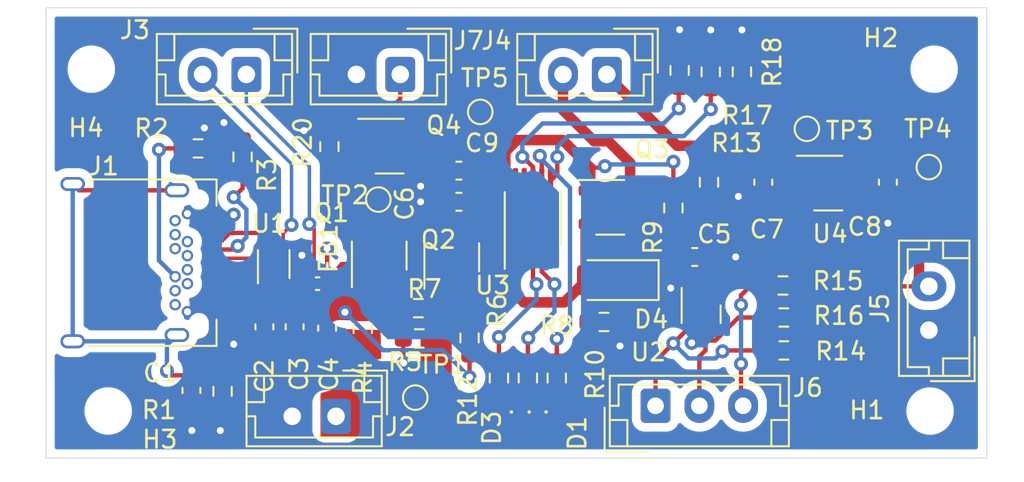
<source format=kicad_pcb>
(kicad_pcb (version 20221018) (generator pcbnew)
  (layers (0 "F.Cu" signal) (31 "B.Cu" signal) (34 "B.Paste" user) (35 "F.Paste" user) (36 "B.SilkS" user "B.Silkscreen") (37 "F.SilkS" user "F.Silkscreen") (38 "B.Mask" user) (39 "F.Mask" user) (44 "Edge.Cuts" user))
  (net 0 "")
  (net 1 "Net-(J1-SHIELD)")
  (net 2 "GND")
  (net 3 "VBUS")
  (net 4 "+BATT")
  (net 5 "VDC")
  (net 6 "VCC")
  (net 7 "+3V3")
  (net 8 "Net-(D1-K)")
  (net 9 "Net-(D2-K)")
  (net 10 "Net-(D3-K)")
  (net 11 "Net-(Q4-G)")
  (net 14 "Net-(J1-CC1)")
  (net 15 "/CON_USB_P")
  (net 16 "/CON_USB_N")
  (net 22 "Net-(J1-CC2)")
  (net 26 "+5V")
  (net 27 "/USB_N")
  (net 28 "/USB_P")
  (net 29 "/Alert")
  (net 30 "/SDA")
  (net 31 "/SCl")
  (net 32 "Net-(J7-Pin_1)")
  (net 33 "Net-(Q1-G)")
  (net 34 "Net-(Q2-G)")
  (net 35 "/vBatSense")
  (net 36 "Net-(U3-nPG)")
  (net 37 "Net-(U3-STAT2)")
  (net 38 "Net-(U3-STAT1)")
  (net 39 "Net-(U4-EN)")
  (net 40 "Net-(U3-PROG)")
  (net 41 "Net-(U3-THERM)")
  (net 44 "/VBUS_IN")
  (net 45 "/pwrSwitch")
  (footprint "Resistor_SMD:R_0603_1608Metric_Pad0.98x0.95mm_HandSolder" (layer "F.Cu") (at 115.4938 100.2538)
    (fp_text reference "R5")
    (fp_text value "100k")
  )
  (footprint "Capacitor_SMD:C_0603_1608Metric_Pad1.08x0.95mm_HandSolder" (layer "F.Cu") (at 135.128 91.3373 -90)
    (fp_text reference "C7")
    (fp_text value "1u")
  )
  (footprint "Connector_USB:USB_C_Receptacle_Amphenol_12401548E4-2A" (layer "F.Cu") (at 98.552 95.93 -90)
    (fp_text reference "J1")
    (fp_text value "USB_C_Receptacle")
  )
  (footprint "Capacitor_SMD:C_0603_1608Metric_Pad1.08x0.95mm_HandSolder" (layer "F.Cu") (at 110.236 99.6685 -90)
    (fp_text reference "C4")
    (fp_text value "10u")
  )
  (footprint "Diode_SMD:D_1206_3216Metric_Pad1.42x1.75mm_HandSolder" (layer "F.Cu") (at 126.6952 96.9264 180)
    (fp_text reference "D4")
    (fp_text value "1A")
  )
  (footprint "Resistor_SMD:R_0603_1608Metric_Pad0.98x0.95mm_HandSolder" (layer "F.Cu") (at 123.3424 102.5125 90)
    (fp_text reference "R10")
    (fp_text value "1k")
  )
  (footprint "Connector_JST:JST_EH_B2B-EH-A_1x02_P2.50mm_Vertical" (layer "F.Cu") (at 144.5816 99.782 90)
    (fp_text reference "J5")
    (fp_text value "01x02")
  )
  (footprint "Resistor_SMD:R_0603_1608Metric_Pad0.98x0.95mm_HandSolder" (layer "F.Cu") (at 120.0404 102.5125 90)
    (fp_text reference "R12")
    (fp_text value "1k")
  )
  (footprint "Resistor_SMD:R_0603_1608Metric_Pad0.98x0.95mm_HandSolder" (layer "F.Cu") (at 118.364 100.2265 90)
    (fp_text reference "R6")
    (fp_text value "10k")
  )
  (footprint "Resistor_SMD:R_0603_1608Metric_Pad0.98x0.95mm_HandSolder" (layer "F.Cu") (at 102.8681 89.408)
    (fp_text reference "R2")
    (fp_text value "5k1")
  )
  (footprint "TestPoint:TestPoint_Pad_D1.0mm" (layer "F.Cu") (at 113.157 92.329)
    (fp_text reference "TP2")
    (fp_text value "TestPoint")
  )
  (footprint "Capacitor_SMD:C_0603_1608Metric_Pad1.08x0.95mm_HandSolder" (layer "F.Cu") (at 117.755499 92.456 180)
    (fp_text reference "C6")
    (fp_text value "100n")
  )
  (footprint "Capacitor_SMD:C_0603_1608Metric_Pad1.08x0.95mm_HandSolder" (layer "F.Cu") (at 106.6546 99.5923 -90)
    (fp_text reference "C2")
    (fp_text value "10u")
  )
  (footprint "Capacitor_SMD:C_0603_1608Metric_Pad1.08x0.95mm_HandSolder" (layer "F.Cu") (at 142.24 91.3384 -90)
    (fp_text reference "C8")
    (fp_text value "1u")
  )
  (footprint "Package_TO_SOT_SMD:SOT-23-3" (layer "F.Cu") (at 113.2078 95.5294 90)
    (fp_text reference "Q1")
    (fp_text value "Si2323DS")
  )
  (footprint "Resistor_SMD:R_0603_1608Metric_Pad0.98x0.95mm_HandSolder" (layer "F.Cu") (at 110.363 89.3045 -90)
    (fp_text reference "R20")
    (fp_text value "100k")
  )
  (footprint "MountingHole:MountingHole_2.2mm_M2" (layer "F.Cu") (at 97.7392 104.394)
    (fp_text reference "H3")
    (fp_text value "MountingHole")
  )
  (footprint "TestPoint:TestPoint_Pad_D1.0mm" (layer "F.Cu") (at 115.2652 103.632)
    (fp_text reference "TP1")
    (fp_text value "TestPoint")
  )
  (footprint "Resistor_SMD:R_0603_1608Metric_Pad0.98x0.95mm_HandSolder" (layer "F.Cu") (at 121.6914 102.5125 90)
    (fp_text reference "R11" hide)
    (fp_text value "1k")
  )
  (footprint "Resistor_SMD:R_0603_1608Metric_Pad0.98x0.95mm_HandSolder" (layer "F.Cu") (at 133.9088 85.0373 90)
    (fp_text reference "R17")
    (fp_text value "1k")
  )
  (footprint "Package_TO_SOT_SMD:SOT-23-3" (layer "F.Cu") (at 126.3906 92.7719)
    (fp_text reference "Q3")
    (fp_text value "Si2323DS")
  )
  (footprint "Resistor_SMD:R_0603_1608Metric_Pad0.98x0.95mm_HandSolder" (layer "F.Cu") (at 132.1308 85.0373 90)
    (fp_text reference "R18")
    (fp_text value "1k")
  )
  (footprint "Resistor_SMD:R_0603_1608Metric_Pad0.98x0.95mm_HandSolder" (layer "F.Cu") (at 136.2983 99.06 180)
    (fp_text reference "R16")
    (fp_text value "2k2")
  )
  (footprint "Package_TO_SOT_SMD:SOT-23-5" (layer "F.Cu") (at 138.8364 91.3892)
    (fp_text reference "U4")
    (fp_text value "TLV75533PDBV")
  )
  (footprint "Resistor_SMD:R_0603_1608Metric_Pad0.98x0.95mm_HandSolder" (layer "F.Cu") (at 105.41 89.8925 90)
    (fp_text reference "R3")
    (fp_text value "5k1")
  )
  (footprint "Package_TO_SOT_SMD:SOT-23-3" (layer "F.Cu") (at 117.348 95.6255 90)
    (fp_text reference "Q2")
    (fp_text value "Si2323DS")
  )
  (footprint "Connector_JST:JST_EH_B3B-EH-A_1x03_P2.50mm_Vertical" (layer "F.Cu") (at 128.9796 104.0988)
    (fp_text reference "J6")
    (fp_text value "Conn_01x03")
  )
  (footprint "Resistor_SMD:R_0603_1608Metric_Pad0.98x0.95mm_HandSolder" (layer "F.Cu") (at 136.2983 100.9396 180)
    (fp_text reference "R14")
    (fp_text value "10k")
  )
  (footprint "Resistor_SMD:R_0603_1608Metric_Pad0.98x0.95mm_HandSolder" (layer "F.Cu") (at 112.268 99.6931 -90)
    (fp_text reference "R4")
    (fp_text value "100k")
  )
  (footprint "MountingHole:MountingHole_2.2mm_M2" (layer "F.Cu") (at 96.774 84.8868)
    (fp_text reference "H4")
    (fp_text value "MountingHole")
  )
  (footprint "LED_SMD:LED_0201_0603Metric_Pad0.64x0.40mm_HandSolder" (layer "F.Cu") (at 121.7676 105.4855 -90)
    (fp_text reference "D2" hide)
    (fp_text value "Green")
  )
  (footprint "Package_TO_SOT_SMD:SOT-23-3" (layer "F.Cu") (at 113.7975 89.281)
    (fp_text reference "Q4")
    (fp_text value "Si2323DS")
  )
  (footprint "Connector_JST:JST_EH_B2B-EH-A_1x02_P2.50mm_Vertical" (layer "F.Cu") (at 110.744 104.6988 180)
    (fp_text reference "J2")
    (fp_text value "01x02")
  )
  (footprint "Resistor_SMD:R_0603_1608Metric_Pad0.98x0.95mm_HandSolder" (layer "F.Cu") (at 130.3528 84.9573 90)
    (fp_text reference "R19" hide)
    (fp_text value "10k")
  )
  (footprint "Resistor_SMD:R_0603_1608Metric_Pad0.98x0.95mm_HandSolder" (layer "F.Cu") (at 115.4411 98.5266)
    (fp_text reference "R7")
    (fp_text value "10k")
  )
  (footprint "Resistor_SMD:R_0603_1608Metric_Pad0.98x0.95mm_HandSolder" (layer "F.Cu") (at 104.267 103.2745 -90)
    (fp_text reference "R1")
    (fp_text value "1M")
  )
  (footprint "MountingHole:MountingHole_2.2mm_M2" (layer "F.Cu") (at 144.8816 84.8868)
    (fp_text reference "H2")
    (fp_text value "MountingHole")
  )
  (footprint "Package_TO_SOT_SMD:SOT-666" (layer "F.Cu") (at 107.188 96.012 90)
    (fp_text reference "U1")
    (fp_text value "USBLC6-2P6")
  )
  (footprint "Connector_JST:JST_EH_B2B-EH-A_1x02_P2.50mm_Vertical" (layer "F.Cu") (at 105.624 85.1868 180)
    (fp_text reference "J3")
    (fp_text value "01x02")
  )
  (footprint "Package_DFN_QFN:TDFN-8-1EP_2x2mm_P0.5mm_EP0.8x1.2mm" (layer "F.Cu") (at 131.5818 98.3708 -90)
    (fp_text reference "U2")
    (fp_text value "MAX17048G+T10")
  )
  (footprint "Capacitor_SMD:C_0603_1608Metric_Pad1.08x0.95mm_HandSolder" (layer "F.Cu") (at 102.489001 103.2245 -90)
    (fp_text reference "C1")
    (fp_text value "10u")
  )
  (footprint "Resistor_SMD:R_0603_1608Metric_Pad0.98x0.95mm_HandSolder" (layer "F.Cu") (at 136.2475 97.2312 180)
    (fp_text reference "R15")
    (fp_text value "2k2")
  )
  (footprint "Resistor_SMD:R_0603_1608Metric_Pad0.98x0.95mm_HandSolder" (layer "F.Cu") (at 132.0292 91.3403 -90)
    (fp_text reference "R13")
    (fp_text value "100k")
  )
  (footprint "TestPoint:TestPoint_Pad_D1.0mm" (layer "F.Cu") (at 118.9736 87.3252)
    (fp_text reference "TP5")
    (fp_text value "TestPoint")
  )
  (footprint "Package_SO:MSOP-10-1EP_3x3mm_P0.5mm_EP1.68x1.88mm" (layer "F.Cu") (at 121.9836 93.4076 90)
    (fp_text reference "U3")
    (fp_text value "MCP73833-AMI/UN")
  )
  (footprint "Capacitor_SMD:C_0603_1608Metric_Pad1.08x0.95mm_HandSolder" (layer "F.Cu") (at 108.3818 99.5923 -90)
    (fp_text reference "C3")
    (fp_text value "1u")
  )
  (footprint "Connector_JST:JST_EH_B2B-EH-A_1x02_P2.50mm_Vertical" (layer "F.Cu") (at 126.198 85.1868 180)
    (fp_text reference "J4")
    (fp_text value "01x02")
  )
  (footprint "Connector_JST:JST_EH_B2B-EH-A_1x02_P2.50mm_Vertical" (layer "F.Cu") (at 114.407 85.1868 180)
    (fp_text reference "J7")
    (fp_text value "01x02")
  )
  (footprint "LED_SMD:LED_0201_0603Metric_Pad0.64x0.40mm_HandSolder" (layer "F.Cu") (at 122.7328 105.485499 -90)
    (fp_text reference "D1")
    (fp_text value "Red")
  )
  (footprint "Capacitor_SMD:C_0603_1608Metric_Pad1.08x0.95mm_HandSolder" (layer "F.Cu") (at 131.2153 95.6053)
    (fp_text reference "C5")
    (fp_text value "100n")
  )
  (footprint "Inductor_SMD:L_0402_1005Metric_Pad0.77x0.64mm_HandSolder" (layer "F.Cu") (at 109.6909 97.1296)
    (fp_text reference "FB1")
    (fp_text value "100 @ 100MHz")
  )
  (footprint "TestPoint:TestPoint_Pad_D1.0mm" (layer "F.Cu") (at 144.5768 90.4748)
    (fp_text reference "TP4")
    (fp_text value "TestPoint")
  )
  (footprint "Resistor_SMD:R_0603_1608Metric_Pad0.98x0.95mm_HandSolder" (layer "F.Cu") (at 126.0367 99.314 180)
    (fp_text reference "R8")
    (fp_text value "100k")
  )
  (footprint "TestPoint:TestPoint_Pad_D1.0mm" (layer "F.Cu") (at 137.6172 88.2904)
    (fp_text reference "TP3")
    (fp_text value "TestPoint")
  )
  (footprint "MountingHole:MountingHole_2.2mm_M2" (layer "F.Cu") (at 144.6476 104.3988)
    (fp_text reference "H1")
    (fp_text value "MountingHole")
  )
  (footprint "Capacitor_SMD:C_0603_1608Metric_Pad1.08x0.95mm_HandSolder" (layer "F.Cu") (at 117.7555 90.678 180)
    (fp_text reference "C9")
    (fp_text value "10u")
  )
  (footprint "Resistor_SMD:R_0603_1608Metric_Pad0.98x0.95mm_HandSolder" (layer "F.Cu") (at 129.9972 92.8116 -90)
    (fp_text reference "R9")
    (fp_text value "0R")
  )
  (footprint "LED_SMD:LED_0201_0603Metric_Pad0.64x0.40mm_HandSolder" (layer "F.Cu") (at 120.7516 105.485499 -90)
    (fp_text reference "D3")
    (fp_text value "Red")
  )
  (gr_rect (start 94.1832 81.3816) (end 147.8788 107.0864) (stroke (width 0.05)) (fill none) (layer "Edge.Cuts"))
  (segment (start 104.267 102.362) (end 102.489001 102.362) (width 0.25) (layer "F.Cu") (net 1))
  (segment (start 101.662 91.8) (end 96.072 91.8) (width 0.25) (layer "F.Cu") (net 1))
  (segment (start 102.489001 102.362) (end 101.346 102.362) (width 0.25) (layer "F.Cu") (net 1))
  (segment (start 96.072 91.8) (end 95.712 91.44) (width 0.25) (layer "F.Cu") (net 1))
  (segment (start 101.346 102.362) (end 101.092 102.108) (width 0.25) (layer "F.Cu") (net 1))
  (via (at 101.092 102.108) (size 0.8) (drill 0.4) (layers "F.Cu" "B.Cu") (net 1))
  (segment (start 95.712 100.42) (end 101.302 100.42) (width 0.25) (layer "B.Cu") (net 1))
  (segment (start 101.302 91.44) (end 101.662 91.8) (width 0.25) (layer "B.Cu") (net 1))
  (segment (start 101.302 100.42) (end 101.662 100.06) (width 0.25) (layer "B.Cu") (net 1))
  (segment (start 101.092 102.108) (end 101.092 100.63) (width 0.25) (layer "B.Cu") (net 1))
  (segment (start 95.712 100.42) (end 95.712 91.44) (width 0.25) (layer "B.Cu") (net 1))
  (segment (start 101.092 100.63) (end 101.302 100.42) (width 0.25) (layer "B.Cu") (net 1))
  (segment (start 133.7542 92.1998) (end 133.7056 92.1512) (width 0.6) (layer "F.Cu") (net 2))
  (segment (start 102.489001 105.4862) (end 102.514401 105.5116) (width 0.25) (layer "F.Cu") (net 2))
  (segment (start 104.267 105.3846) (end 104.14 105.5116) (width 0.25) (layer "F.Cu") (net 2))
  (segment (start 130.3528 84.0448) (end 130.3528 82.6329) (width 0.25) (layer "F.Cu") (net 2))
  (segment (start 103.572 93.18) (end 104.7116 93.18) (width 0.25) (layer "F.Cu") (net 2))
  (segment (start 104.267001 104.187) (end 104.267 105.3846) (width 0.25) (layer "F.Cu") (net 2))
  (segment (start 130.8318 97.3833) (end 129.8448 97.3833) (width 0.25) (layer "F.Cu") (net 2))
  (segment (start 105.3884 88.98) (end 104.3432 87.9348) (width 0.25) (layer "F.Cu") (net 2))
  (segment (start 103.2256 88.2396) (end 103.7806 88.7946) (width 0.25) (layer "F.Cu") (net 2))
  (segment (start 133.9088 82.6478) (end 133.9088 84.1248) (width 0.25) (layer "F.Cu") (net 2))
  (segment (start 135.128 92.1998) (end 133.7542 92.1998) (width 0.6) (layer "F.Cu") (net 2))
  (segment (start 102.489001 104.087001) (end 102.489001 105.4862) (width 0.25) (layer "F.Cu") (net 2))
  (segment (start 132.1308 84.1248) (end 132.1308 82.6478) (width 0.25) (layer "F.Cu") (net 2))
  (segment (start 104.902 100.584) (end 104.902 100.01) (width 0.25) (layer "F.Cu") (net 2))
  (segment (start 135.128 92.1998) (end 135.9386 91.3892) (width 0.6) (layer "F.Cu") (net 2))
  (segment (start 105.41 88.98) (end 105.3884 88.98) (width 0.25) (layer "F.Cu") (net 2))
  (segment (start 104.902 100.01) (end 103.572 98.68) (width 0.25) (layer "F.Cu") (net 2))
  (segment (start 115.57 91.567) (end 116.004 91.567) (width 0.25) (layer "F.Cu") (net 2))
  (segment (start 107.69946 96.287) (end 107.213 96.287) (width 0.25) (layer "F.Cu") (net 2))
  (segment (start 126.9492 99.314) (end 126.9492 100.6856) (width 0.25) (layer "F.Cu") (net 2))
  (segment (start 116.004 91.567) (end 116.893 90.678) (width 0.25) (layer "F.Cu") (net 2))
  (segment (start 108.79353 95.5106) (end 108.47586 95.5106) (width 0.25) (layer "F.Cu") (net 2))
  (segment (start 131.041649 100.510849) (end 131.3318 100.220698) (width 0.25) (layer "F.Cu") (net 2))
  (segment (start 114.5813 100.2538) (end 114.5813 101.6273) (width 0.25) (layer "F.Cu") (net 2))
  (segment (start 108.47586 95.5106) (end 107.69946 96.287) (width 0.25) (layer "F.Cu") (net 2))
  (segment (start 103.7806 88.7946) (end 103.7806 89.408) (width 0.25) (layer "F.Cu") (net 2))
  (segment (start 104.7116 93.18) (end 104.7242 93.1926) (width 0.25) (layer "F.Cu") (net 2))
  (segment (start 114.5813 101.6273) (end 114.6048 101.6508) (width 0.25) (layer "F.Cu") (net 2))
  (segment (start 107.188 96.312) (end 107.188 96.937) (width 0.25) (layer "F.Cu") (net 2))
  (segment (start 115.57 92.456) (end 116.892999 92.456) (width 0.25) (layer "F.Cu") (net 2))
  (segment (start 131.3318 100.220698) (end 131.3318 99.3583) (width 0.25) (layer "F.Cu") (net 2))
  (segment (start 110.363 88.392) (end 108.9152 88.392) (width 0.25) (layer "F.Cu") (net 2))
  (segment (start 135.9386 91.3892) (end 137.1909 91.3892) (width 0.6) (layer "F.Cu") (net 2))
  (segment (start 107.213 96.287) (end 107.188 96.312) (width 0.25) (layer "F.Cu") (net 2))
  (segment (start 142.24 92.2009) (end 142.24 93.6752) (width 0.25) (layer "F.Cu") (net 2))
  (via (at 129.8448 97.3833) (size 0.8) (drill 0.4) (layers "F.Cu" "B.Cu") (net 2))
  (via (at 115.57 91.567) (size 0.8) (drill 0.4) (layers "F.Cu" "B.Cu") (net 2))
  (via (at 126.9492 100.6856) (size 0.8) (drill 0.4) (layers "F.Cu" "B.Cu") (net 2))
  (via (at 102.514401 105.5116) (size 0.8) (drill 0.4) (layers "F.Cu" "B.Cu") (net 2))
  (via (at 103.2256 88.2396) (size 0.8) (drill 0.4) (layers "F.Cu" "B.Cu") (net 2))
  (via (at 104.14 105.5116) (size 0.8) (drill 0.4) (layers "F.Cu" "B.Cu") (net 2))
  (via (at 104.3432 87.9348) (size 0.8) (drill 0.4) (layers "F.Cu" "B.Cu") (net 2))
  (via (at 108.9152 88.392) (size 0.8) (drill 0.4) (layers "F.Cu" "B.Cu") (net 2))
  (via (at 104.902 100.584) (size 0.8) (drill 0.4) (layers "F.Cu" "B.Cu") (net 2))
  (via (at 133.5532 95.6056) (size 0.8) (drill 0.4) (layers "F.Cu" "B.Cu") (net 2))
  (via (at 142.24 93.6752) (size 0.8) (drill 0.4) (layers "F.Cu" "B.Cu") (net 2))
  (via (at 133.9088 82.6478) (size 0.8) (drill 0.4) (layers "F.Cu" "B.Cu") (net 2))
  (via (at 133.7056 92.1512) (size 0.8) (drill 0.4) (layers "F.Cu" "B.Cu") (net 2))
  (via (at 114.6048 101.6508) (size 0.8) (drill 0.4) (layers "F.Cu" "B.Cu") (net 2))
  (via (at 108.79353 95.5106) (size 0.8) (drill 0.4) (layers "F.Cu" "B.Cu") (net 2))
  (via (at 104.902 93.1926) (size 0.8) (drill 0.4) (layers "F.Cu" "B.Cu") (net 2))
  (via (at 115.57 92.456) (size 0.8) (drill 0.4) (layers "F.Cu" "B.Cu") (net 2))
  (via (at 132.1308 82.6478) (size 0.8) (drill 0.4) (layers "F.Cu" "B.Cu") (net 2))
  (via (at 131.041649 100.510849) (size 0.8) (drill 0.4) (layers "F.Cu" "B.Cu") (net 2))
  (via (at 130.3528 82.6329) (size 0.8) (drill 0.4) (layers "F.Cu" "B.Cu") (net 2))
  (segment (start 104.1654 105.4862) (end 104.14 105.5116) (width 0.25) (layer "B.Cu") (net 2))
  (segment (start 112.268 96.6771) (end 112.2578 96.6669) (width 0.25) (layer "F.Cu") (net 3))
  (segment (start 118.364 101.139) (end 118.364 102.4636) (width 0.25) (layer "F.Cu") (net 3))
  (segment (start 110.236 95.123) (end 110.236 97.1022) (width 0.25) (layer "F.Cu") (net 3))
  (segment (start 112.2426 98.806) (end 112.268 98.7806) (width 0.25) (layer "F.Cu") (net 3))
  (segment (start 110.236 97.1022) (end 110.2634 97.1296) (width 0.25) (layer "F.Cu") (net 3))
  (segment (start 110.2634 98.7786) (end 110.236 98.806) (width 0.25) (layer "F.Cu") (net 3))
  (via (at 118.364 102.4636) (size 0.8) (drill 0.4) (layers "F.Cu" "B.Cu") (net 3))
  (via (at 110.236 95.123) (size 0.8) (drill 0.4) (layers "F.Cu" "B.Cu") (net 3))
  (via (at 111.252 98.7552) (size 0.8) (drill 0.4) (layers "F.Cu" "B.Cu") (net 3))
  (segment (start 110.744 95.631) (end 110.236 95.123) (width 0.25) (layer "B.Cu") (net 3))
  (segment (start 116.8262 100.9258) (end 113.4226 100.9258) (width 0.25) (layer "B.Cu") (net 3))
  (segment (start 113.4226 100.9258) (end 111.252 98.7552) (width 0.25) (layer "B.Cu") (net 3))
  (segment (start 118.364 102.4636) (end 116.8262 100.9258) (width 0.25) (layer "B.Cu") (net 3))
  (segment (start 125.2531 90.5059) (end 125.2531 91.8219) (width 0.6) (layer "F.Cu") (net 4))
  (segment (start 126.0856 90.424) (end 126.0037 90.5059) (width 0.25) (layer "F.Cu") (net 4))
  (segment (start 114.935 89.281) (end 117.221 89.281) (width 0.6) (layer "F.Cu") (net 4))
  (segment (start 120.404 90.678) (end 120.9836 91.2576) (width 0.6) (layer "F.Cu") (net 4))
  (segment (start 117.221 89.281) (end 118.618 90.678) (width 0.6) (layer "F.Cu") (net 4))
  (segment (start 118.745 90.551) (end 118.618 90.678) (width 0.25) (layer "F.Cu") (net 4))
  (segment (start 121.063926 88.933434) (end 123.680634 88.933434) (width 0.6) (layer "F.Cu") (net 4))
  (segment (start 120.9836 91.2576) (end 121.4836 91.2576) (width 0.35) (layer "F.Cu") (net 4))
  (segment (start 117.221 89.0778) (end 117.221 89.281) (width 0.25) (layer "F.Cu") (net 4))
  (segment (start 129.9972 91.8991) (end 130.0985 92.0004) (width 0.25) (layer "F.Cu") (net 4))
  (segment (start 120.404 89.59336) (end 121.063926 88.933434) (width 0.6) (layer "F.Cu") (net 4))
  (segment (start 120.404 90.678) (end 120.404 89.59336) (width 0.6) (layer "F.Cu") (net 4))
  (segment (start 126.0037 90.5059) (end 125.2531 90.5059) (width 0.25) (layer "F.Cu") (net 4))
  (segment (start 123.680634 88.933434) (end 125.2531 90.5059) (width 0.6) (layer "F.Cu") (net 4))
  (segment (start 118.9736 87.3252) (end 117.221 89.0778) (width 0.25) (layer "F.Cu") (net 4))
  (segment (start 118.618 90.678) (end 120.404 90.678) (width 0.6) (layer "F.Cu") (net 4))
  (segment (start 129.9972 90.17) (end 129.9972 91.8991) (width 0.25) (layer "F.Cu") (net 4))
  (via (at 126.0856 90.424) (size 0.8) (drill 0.4) (layers "F.Cu" "B.Cu") (net 4))
  (via (at 129.9972 90.17) (size 0.8) (drill 0.4) (layers "F.Cu" "B.Cu") (net 4))
  (segment (start 129.8448 90.3224) (end 126.1872 90.3224) (width 0.25) (layer "B.Cu") (net 4))
  (segment (start 126.1872 90.3224) (end 126.0856 90.424) (width 0.25) (layer "B.Cu") (net 4))
  (segment (start 129.9972 90.17) (end 129.8448 90.3224) (width 0.25) (layer "B.Cu") (net 4))
  (segment (start 124.9902 96.9772) (end 124.9902 93.9848) (width 0.6) (layer "F.Cu") (net 5))
  (segment (start 125.1242 97.0099) (end 125.2077 96.9264) (width 0.25) (layer "F.Cu") (net 5))
  (segment (start 122.198127 98.1964) (end 123.771 98.1964) (width 0.6) (layer "F.Cu") (net 5))
  (segment (start 120.9836 97.7172) (end 121.4628 98.1964) (width 0.6) (layer "F.Cu") (net 5))
  (segment (start 124.5108 100.7872) (end 125.1242 100.1738) (width 0.25) (layer "F.Cu") (net 5))
  (segment (start 125.1204 99.3102) (end 125.1242 99.314) (width 0.6) (layer "F.Cu") (net 5))
  (segment (start 113.3039 94.488) (end 117.348 94.488) (width 0.6) (layer "F.Cu") (net 5))
  (segment (start 120.7516 105.892999) (end 122.7328 105.892999) (width 0.25) (layer "F.Cu") (net 5))
  (segment (start 122.836341 105.892999) (end 124.5108 104.21854) (width 0.25) (layer "F.Cu") (net 5))
  (segment (start 113.157 92.329) (end 113.157 94.3411) (width 0.25) (layer "F.Cu") (net 5))
  (segment (start 121.4628 98.1964) (end 122.198127 98.1964) (width 0.6) (layer "F.Cu") (net 5))
  (segment (start 117.348 94.488) (end 118.4148 94.488) (width 0.6) (layer "F.Cu") (net 5))
  (segment (start 124.9902 93.9848) (end 125.2531 93.7219) (width 0.25) (layer "F.Cu") (net 5))
  (segment (start 113.2078 94.3919) (end 113.3039 94.488) (width 0.25) (layer "F.Cu") (net 5))
  (segment (start 124.9902 96.9772) (end 125.1204 97.1074) (width 0.6) (layer "F.Cu") (net 5))
  (segment (start 120.9836 95.5576) (end 121.4836 95.5576) (width 0.35) (layer "F.Cu") (net 5))
  (segment (start 117.348 93.725999) (end 117.348 94.488) (width 0.25) (layer "F.Cu") (net 5))
  (segment (start 124.5108 104.21854) (end 124.5108 100.7872) (width 0.25) (layer "F.Cu") (net 5))
  (segment (start 123.771 98.1964) (end 124.9902 96.9772) (width 0.6) (layer "F.Cu") (net 5))
  (segment (start 125.1242 100.1738) (end 125.1242 99.314) (width 0.25) (layer "F.Cu") (net 5))
  (segment (start 125.3349 93.8037) (end 125.2531 93.7219) (width 0.25) (layer "F.Cu") (net 5))
  (segment (start 118.617999 92.456) (end 117.348 93.725999) (width 0.25) (layer "F.Cu") (net 5))
  (segment (start 113.157 94.3411) (end 113.2078 94.3919) (width 0.25) (layer "F.Cu") (net 5))
  (segment (start 120.9836 95.5576) (end 120.9836 97.7172) (width 0.6) (layer "F.Cu") (net 5))
  (segment (start 119.4844 95.5576) (end 120.9836 95.5576) (width 0.6) (layer "F.Cu") (net 5))
  (segment (start 125.1242 99.314) (end 125.1242 97.0099) (width 0.25) (layer "F.Cu") (net 5))
  (segment (start 118.4148 94.488) (end 119.4844 95.5576) (width 0.6) (layer "F.Cu") (net 5))
  (segment (start 122.7328 105.892999) (end 122.836341 105.892999) (width 0.25) (layer "F.Cu") (net 5))
  (segment (start 130.2112 89.2556) (end 132.0292 89.2556) (width 0.6) (layer "F.Cu") (net 6))
  (segment (start 126.198 85.2424) (end 130.2112 89.2556) (width 0.6) (layer "F.Cu") (net 6))
  (segment (start 135.081 90.4278) (end 135.128 90.4748) (width 0.6) (layer "F.Cu") (net 6))
  (segment (start 132.0292 90.4278) (end 135.081 90.4278) (width 0.6) (layer "F.Cu") (net 6))
  (segment (start 132.0292 89.2556) (end 132.0292 90.4278) (width 0.6) (layer "F.Cu") (net 6))
  (segment (start 137.6172 90.3575) (end 137.6989 90.4392) (width 0.25) (layer "F.Cu") (net 6))
  (segment (start 137.6172 88.2904) (end 137.6172 90.3575) (width 0.25) (layer "F.Cu") (net 6))
  (segment (start 135.128 90.4748) (end 137.1553 90.4748) (width 0.6) (layer "F.Cu") (net 6))
  (segment (start 137.1553 90.4748) (end 137.1909 90.4392) (width 0.6) (layer "F.Cu") (net 6))
  (segment (start 137.2108 99.06) (end 137.2108 100.9396) (width 0.25) (layer "F.Cu") (net 7))
  (segment (start 144.5768 91.6951) (end 144.018 92.2539) (width 0.25) (layer "F.Cu") (net 7))
  (segment (start 137.16 97.2312) (end 137.16 99.0092) (width 0.25) (layer "F.Cu") (net 7))
  (segment (start 142.2033 90.4392) (end 141.8844 90.1203) (width 0.25) (layer "F.Cu") (net 7))
  (segment (start 142.2185 90.424) (end 142.2033 90.4392) (width 0.25) (layer "F.Cu") (net 7))
  (segment (start 144.5768 90.4748) (end 144.5768 91.6951) (width 0.25) (layer "F.Cu") (net 7))
  (segment (start 142.2033 90.4392) (end 142.24 90.4759) (width 0.25) (layer "F.Cu") (net 7))
  (segment (start 142.24 90.4759) (end 144.018 92.2539) (width 0.6) (layer "F.Cu") (net 7))
  (segment (start 139.9739 90.4392) (end 142.2033 90.4392) (width 0.6) (layer "F.Cu") (net 7))
  (segment (start 144.018 92.2539) (end 144.018 97.282) (width 0.6) (layer "F.Cu") (net 7))
  (segment (start 137.2108 97.282) (end 144.5816 97.282) (width 0.25) (layer "F.Cu") (net 7))
  (segment (start 137.16 99.0092) (end 137.2108 99.06) (width 0.25) (layer "F.Cu") (net 7))
  (segment (start 137.16 97.2312) (end 137.2108 97.282) (width 0.25) (layer "F.Cu") (net 7))
  (segment (start 123.3424 103.734) (end 123.3424 103.425) (width 0.25) (layer "F.Cu") (net 8))
  (segment (start 120.7516 105.077999) (end 120.7516 104.625699) (width 0.25) (layer "F.Cu") (net 10))
  (segment (start 110.377 90.231) (end 110.363 90.217) (width 0.25) (layer "F.Cu") (net 11))
  (segment (start 112.66 90.231) (end 110.377 90.231) (width 0.25) (layer "F.Cu") (net 11))
  (segment (start 105.41 91.685097) (end 105.41 90.3205) (width 0.25) (layer "F.Cu") (net 14))
  (segment (start 104.9311 95.18) (end 105.1306 94.9805) (width 0.25) (layer "F.Cu") (net 14))
  (segment (start 103.572 95.18) (end 104.9311 95.18) (width 0.25) (layer "F.Cu") (net 14))
  (segment (start 104.902 92.193097) (end 105.41 91.685097) (width 0.25) (layer "F.Cu") (net 14))
  (segment (start 105.627 90.5375) (end 105.41 90.3205) (width 0.25) (layer "F.Cu") (net 14))
  (via (at 105.1306 94.9805) (size 0.8) (drill 0.4) (layers "F.Cu" "B.Cu") (net 14))
  (via (at 104.902 92.193097) (size 0.8) (drill 0.4) (layers "F.Cu" "B.Cu") (net 14))
  (segment (start 105.627 94.4841) (end 105.1306 94.9805) (width 0.25) (layer "B.Cu") (net 14))
  (segment (start 104.902 92.193097) (end 105.176503 92.4676) (width 0.25) (layer "B.Cu") (net 14))
  (segment (start 105.202305 92.4676) (end 105.627 92.892295) (width 0.25) (layer "B.Cu") (net 14))
  (segment (start 105.627 92.892295) (end 105.627 94.4841) (width 0.25) (layer "B.Cu") (net 14))
  (segment (start 105.176503 92.4676) (end 105.202305 92.4676) (width 0.25) (layer "B.Cu") (net 14))
  (segment (start 103.572 95.68) (end 106.1325 95.68) (width 0.2) (layer "F.Cu") (net 15))
  (segment (start 106.1325 95.68) (end 106.6505 95.162) (width 0.2) (layer "F.Cu") (net 15))
  (segment (start 103.572 95.68) (end 103.622 95.63) (width 0.2) (layer "F.Cu") (net 15))
  (segment (start 103.572 96.18) (end 105.9685 96.18) (width 0.2) (layer "F.Cu") (net 16))
  (segment (start 105.9685 96.18) (end 106.6505 96.862) (width 0.2) (layer "F.Cu") (net 16))
  (segment (start 100.711 89.408) (end 100.6348 89.4842) (width 0.25) (layer "F.Cu") (net 22))
  (segment (start 101.9556 89.408) (end 100.711 89.408) (width 0.25) (layer "F.Cu") (net 22))
  (via (at 100.6348 89.4842) (size 0.8) (drill 0.4) (layers "F.Cu" "B.Cu") (net 22))
  (segment (start 100.637 95.805) (end 101.562 96.73) (width 0.25) (layer "B.Cu") (net 22))
  (segment (start 100.637 89.4864) (end 100.637 95.805) (width 0.25) (layer "B.Cu") (net 22))
  (segment (start 100.6348 89.4842) (end 100.637 89.4864) (width 0.25) (layer "B.Cu") (net 22))
  (segment (start 109.08348 96.2106) (end 108.3769 96.2106) (width 0.2) (layer "F.Cu") (net 27))
  (segment (start 109.49353 95.80055) (end 109.08348 96.2106) (width 0.2) (layer "F.Cu") (net 27))
  (segment (start 108.3769 96.2106) (end 107.7255 96.862) (width 0.2) (layer "F.Cu") (net 27))
  (segment (start 109.49353 93.99953) (end 109.49353 95.80055) (width 0.2) (layer "F.Cu") (net 27))
  (segment (start 109.22 93.726) (end 109.49353 93.99953) (width 0.2) (layer "F.Cu") (net 27))
  (via (at 109.22 93.726) (size 0.8) (drill 0.4) (layers "F.Cu" "B.Cu") (net 27))
  (segment (start 109.22 93.726) (end 109.22 90.424) (width 0.2) (layer "B.Cu") (net 27))
  (segment (start 109.22 90.424) (end 105.624 86.828) (width 0.2) (layer "B.Cu") (net 27))
  (segment (start 105.624 86.828) (end 105.624 85.344) (width 0.2) (layer "B.Cu") (net 27))
  (segment (start 107.7255 95.162) (end 107.7255 94.2553) (width 0.2) (layer "F.Cu") (net 28))
  (segment (start 107.7255 94.2553) (end 108.204 93.7768) (width 0.2) (layer "F.Cu") (net 28))
  (via (at 108.204 93.7768) (size 0.8) (drill 0.4) (layers "F.Cu" "B.Cu") (net 28))
  (segment (start 103.251 85.344) (end 103.124 85.344) (width 0.2) (layer "B.Cu") (net 28))
  (segment (start 108.204 93.7768) (end 108.204 90.297) (width 0.2) (layer "B.Cu") (net 28))
  (segment (start 108.204 90.297) (end 103.251 85.344) (width 0.2) (layer "B.Cu") (net 28))
  (segment (start 132.8553 100.9396) (end 135.3858 100.9396) (width 0.25) (layer "F.Cu") (net 29))
  (segment (start 129.995 100.5329) (end 128.9796 101.5483) (width 0.25) (layer "F.Cu") (net 29))
  (segment (start 128.9796 101.5483) (end 128.9796 104.0988) (width 0.25) (layer "F.Cu") (net 29))
  (segment (start 132.8045 100.9904) (end 132.8553 100.9396) (width 0.25) (layer "F.Cu") (net 29))
  (segment (start 130.8318 99.3583) (end 130.8318 99.6961) (width 0.25) (layer "F.Cu") (net 29))
  (segment (start 130.8318 99.6961) (end 129.995 100.5329) (width 0.25) (layer "F.Cu") (net 29))
  (via (at 129.995 100.5329) (size 0.8) (drill 0.4) (layers "F.Cu" "B.Cu") (net 29))
  (via (at 132.8045 100.9904) (size 0.8) (drill 0.4) (layers "F.Cu" "B.Cu") (net 29))
  (segment (start 132.3984 101.3965) (end 130.8586 101.3965) (width 0.25) (layer "B.Cu") (net 29))
  (segment (start 130.8586 101.3965) (end 129.995 100.5329) (width 0.25) (layer "B.Cu") (net 29))
  (segment (start 132.8045 100.9904) (end 132.3984 101.3965) (width 0.25) (layer "B.Cu") (net 29))
  (segment (start 133.858 97.79) (end 134.4168 97.2312) (width 0.25) (layer "F.Cu") (net 30))
  (segment (start 133.858 101.7016) (end 133.858 103.9772) (width 0.25) (layer "F.Cu") (net 30))
  (segment (start 133.858 98.3355) (end 133.858 97.79) (width 0.25) (layer "F.Cu") (net 30))
  (segment (start 135.335 97.2312) (end 134.4168 97.2312) (width 0.25) (layer "F.Cu") (net 30))
  (segment (start 134.286 104.094) (end 134.2136 104.1664) (width 0.25) (layer "F.Cu") (net 30))
  (segment (start 133.858 103.9772) (end 133.9796 104.0988) (width 0.25) (layer "F.Cu") (net 30))
  (via (at 133.858 98.3355) (size 0.8) (drill 0.4) (layers "F.Cu" "B.Cu") (net 30))
  (via (at 133.858 101.7016) (size 0.8) (drill 0.4) (layers "F.Cu" "B.Cu") (net 30))
  (segment (start 133.858 98.3355) (end 133.858 101.7016) (width 0.25) (layer "B.Cu") (net 30))
  (segment (start 133.709595 99.06) (end 132.3962 100.373395) (width 0.25) (layer "F.Cu") (net 31))
  (segment (start 132.08 103.8) (end 131.7136 104.1664) (width 0.25) (layer "F.Cu") (net 31))
  (segment (start 131.4796 101.289995) (end 131.8318 100.937795) (width 0.25) (layer "F.Cu") (net 31))
  (segment (start 135.3858 99.06) (end 135.228905 99.216895) (width 0.25) (layer "F.Cu") (net 31))
  (segment (start 135.3858 99.06) (end 133.709595 99.06) (width 0.25) (layer "F.Cu") (net 31))
  (segment (start 131.8318 100.125195) (end 132.08 100.373395) (width 0.25) (layer "F.Cu") (net 31))
  (segment (start 131.8318 100.937795) (end 131.8318 100.125195) (width 0.25) (layer "F.Cu") (net 31))
  (segment (start 131.4796 104.0988) (end 131.4796 101.289995) (width 0.25) (layer "F.Cu") (net 31))
  (segment (start 131.8318 99.3583) (end 131.8318 100.125195) (width 0.25) (layer "F.Cu") (net 31))
  (segment (start 132.3962 100.373395) (end 132.08 100.373395) (width 0.25) (layer "F.Cu") (net 31))
  (segment (start 112.66 88.331) (end 114.407 86.584) (width 0.25) (layer "F.Cu") (net 32))
  (segment (start 114.407 86.584) (end 114.407 85.217) (width 0.25) (layer "F.Cu") (net 32))
  (segment (start 118.364 99.314) (end 118.364 96.829) (width 0.25) (layer "F.Cu") (net 34))
  (segment (start 118.364 96.829) (end 118.298 96.763) (width 0.25) (layer "F.Cu") (net 34))
  (segment (start 129.9972 93.7241) (end 129.9972 95.2497) (width 0.25) (layer "F.Cu") (net 35))
  (segment (start 129.9972 95.2497) (end 130.3528 95.6053) (width 0.25) (layer "F.Cu") (net 35))
  (segment (start 122.374718 89.833434) (end 122.4836 89.942316) (width 0.25) (layer "F.Cu") (net 36))
  (segment (start 123.3424 101.6) (end 123.3424 100.2792) (width 0.25) (layer "F.Cu") (net 36))
  (segment (start 122.4836 89.942316) (end 122.4836 91.2576) (width 0.25) (layer "F.Cu") (net 36))
  (via (at 123.3424 100.2792) (size 0.8) (drill 0.4) (layers "F.Cu" "B.Cu") (net 36))
  (via (at 122.374718 89.833434) (size 0.8) (drill 0.4) (layers "F.Cu" "B.Cu") (net 36))
  (segment (start 122.374718 89.927632) (end 122.374718 89.833434) (width 0.25) (layer "B.Cu") (net 36))
  (segment (start 123.3424 100.2792) (end 124.097026 99.524574) (width 0.25) (layer "B.Cu") (net 36))
  (segment (start 124.097026 99.524574) (end 124.097026 91.64994) (width 0.25) (layer "B.Cu") (net 36))
  (segment (start 124.097026 91.64994) (end 122.374718 89.927632) (width 0.25) (layer "B.Cu") (net 36))
  (segment (start 121.6914 101.6) (end 121.6914 100.2538) (width 0.25) (layer "F.Cu") (net 37))
  (segment (start 121.6914 100.2538) (end 121.7168 100.2284) (width 0.25) (layer "F.Cu") (net 37))
  (segment (start 122.4836 96.43197) (end 123.211446 97.159816) (width 0.25) (layer "F.Cu") (net 37))
  (segment (start 122.4836 95.5576) (end 122.4836 96.43197) (width 0.25) (layer "F.Cu") (net 37))
  (via (at 123.211446 97.159816) (size 0.8) (drill 0.4) (layers "F.Cu" "B.Cu") (net 37))
  (via (at 121.7168 100.2284) (size 0.8) (drill 0.4) (layers "F.Cu" "B.Cu") (net 37))
  (segment (start 121.7168 100.2284) (end 123.211446 98.733754) (width 0.25) (layer "B.Cu") (net 37))
  (segment (start 123.211446 98.733754) (end 123.211446 97.159816) (width 0.25) (layer "B.Cu") (net 37))
  (segment (start 120.0404 101.6) (end 120.0404 100.1776) (width 0.25) (layer "F.Cu") (net 38))
  (segment (start 121.9836 96.956568) (end 122.184861 97.157829) (width 0.25) (layer "F.Cu") (net 38))
  (segment (start 121.9836 95.5576) (end 121.9836 96.956568) (width 0.25) (layer "F.Cu") (net 38))
  (via (at 122.184861 97.157829) (size 0.8) (drill 0.4) (layers "F.Cu" "B.Cu") (net 38))
  (via (at 120.0404 100.1776) (size 0.8) (drill 0.4) (layers "F.Cu" "B.Cu") (net 38))
  (segment (start 122.184861 98.033139) (end 122.184861 97.157829) (width 0.25) (layer "B.Cu") (net 38))
  (segment (start 120.0404 100.1776) (end 122.184861 98.033139) (width 0.25) (layer "B.Cu") (net 38))
  (segment (start 132.8387 93.0623) (end 132.0292 92.2528) (width 0.25) (layer "F.Cu") (net 39))
  (segment (start 137.6989 92.3392) (end 136.9758 93.0623) (width 0.25) (layer "F.Cu") (net 39))
  (segment (start 136.9758 93.0623) (end 132.8387 93.0623) (width 0.25) (layer "F.Cu") (net 39))
  (segment (start 123.372026 89.899635) (end 123.372026 90.869174) (width 0.25) (layer "F.Cu") (net 40))
  (segment (start 133.9088 85.9498) (end 132.1308 85.9498) (width 0.25) (layer "F.Cu") (net 40))
  (segment (start 123.372026 90.869174) (end 122.9836 91.2576) (width 0.25) (layer "F.Cu") (net 40))
  (segment (start 132.1308 87.1728) (end 132.1308 85.9498) (width 0.25) (layer "F.Cu") (net 40))
  (segment (start 132.08 86.0006) (end 132.1308 85.9498) (width 0.25) (layer "F.Cu") (net 40))
  (via (at 132.1308 87.1728) (size 0.8) (drill 0.4) (layers "F.Cu" "B.Cu") (net 40))
  (via (at 123.372026 89.899635) (size 0.8) (drill 0.4) (layers "F.Cu" "B.Cu") (net 40))
  (segment (start 130.593 88.7106) (end 123.989 88.7106) (width 0.25) (layer "B.Cu") (net 40))
  (segment (start 123.989 88.7106) (end 123.372026 89.327574) (width 0.25) (layer "B.Cu") (net 40))
  (segment (start 123.372026 89.327574) (end 123.372026 89.899635) (width 0.25) (layer "B.Cu") (net 40))
  (segment (start 132.1308 87.1728) (end 130.593 88.7106) (width 0.25) (layer "B.Cu") (net 40))
  (segment (start 121.377001 89.893152) (end 121.409837 89.893152) (width 0.25) (layer "F.Cu") (net 41))
  (segment (start 121.409837 89.893152) (end 121.9836 90.466915) (width 0.25) (layer "F.Cu") (net 41))
  (segment (start 130.302 85.9206) (end 130.3528 85.8698) (width 0.25) (layer "F.Cu") (net 41))
  (segment (start 130.302 87.122) (end 130.302 85.9206) (width 0.25) (layer "F.Cu") (net 41))
  (segment (start 130.2512 85.9714) (end 130.3528 85.8698) (width 0.25) (layer "F.Cu") (net 41))
  (segment (start 121.9836 90.466915) (end 121.9836 91.2576) (width 0.25) (layer "F.Cu") (net 41))
  (via (at 130.302 87.122) (size 0.8) (drill 0.4) (layers "F.Cu" "B.Cu") (net 41))
  (via (at 121.377001 89.893152) (size 0.8) (drill 0.4) (layers "F.Cu" "B.Cu") (net 41))
  (segment (start 130.302 87.122) (end 129.4384 87.9856) (width 0.25) (layer "B.Cu") (net 41))
  (segment (start 129.4384 87.9856) (end 122.5296 87.9856) (width 0.25) (layer "B.Cu") (net 41))
  (segment (start 122.5296 87.9856) (end 121.377001 89.138199) (width 0.25) (layer "B.Cu") (net 41))
  (segment (start 121.377001 89.138199) (end 121.377001 89.893152) (width 0.25) (layer "B.Cu") (net 41))
  (segment (start 104.222 94.68) (end 103.572 94.68) (width 0.25) (layer "F.Cu") (net 44))
  (segment (start 107.188 94.512) (end 106.91 94.234) (width 0.25) (layer "F.Cu") (net 44))
  (segment (start 103.572 97.18) (end 104.496 97.18) (width 0.6) (layer "F.Cu") (net 44))
  (segment (start 108.3818 98.7298) (end 108.3818 97.8662) (width 0.4) (layer "F.Cu") (net 44))
  (segment (start 106.91 94.234) (end 104.668 94.234) (width 0.25) (layer "F.Cu") (net 44))
  (segment (start 108.3818 97.8662) (end 109.1184 97.1296) (width 0.4) (layer "F.Cu") (net 44))
  (segment (start 106.412795 98.7298) (end 106.6546 98.7298) (width 0.25) (layer "F.Cu") (net 44))
  (segment (start 107.188 95.087) (end 107.188 94.512) (width 0.25) (layer "F.Cu") (net 44))
  (segment (start 104.668 94.234) (end 104.222 94.68) (width 0.25) (layer "F.Cu") (net 44))
  (segment (start 126.291593 89.0016) (end 125.476 89.0016) (width 0.6) (layer "F.Cu") (net 45))
  (segment (start 127.9652 96.9772) (end 128.1319 96.9772) (width 0.6) (layer "F.Cu") (net 45))
  (segment (start 127.5281 90.238107) (end 126.291593 89.0016) (width 0.6) (layer "F.Cu") (net 45))
  (segment (start 123.698 87.2236) (end 123.698 85.2424) (width 0.6) (layer "F.Cu") (net 45))
  (segment (start 125.476 89.0016) (end 123.698 87.2236) (width 0.6) (layer "F.Cu") (net 45))
  (segment (start 128.1827 96.9264) (end 127.5588 96.3025) (width 0.6) (layer "F.Cu") (net 45))
  (segment (start 127.5588 92.8026) (end 127.5281 92.7719) (width 0.6) (layer "F.Cu") (net 45))
  (segment (start 127.5588 96.3025) (end 127.5588 92.8026) (width 0.6) (layer "F.Cu") (net 45))
  (segment (start 127.5281 92.7719) (end 127.5281 90.238107) (width 0.6) (layer "F.Cu") (net 45))
  (segment (start 128.1319 96.9772) (end 128.1827 96.9264) (width 0.6) (layer "F.Cu") (net 45))
  (zone (net 2) (net_name "GND") (layer "F.Cu") (priority 4) (connect_pads yes (clearance 0.5)) (min_thickness 0.25) (fill yes (thermal_gap 0.5) (thermal_bridge_width 0.5))
    (polygon (pts (xy 102.87 98.5012) (xy 102.87 101.4984) (xy 113.3348 101.4476) (xy 113.284 99.7712) (xy 105.5116 99.568) (xy 104.4448 98.4504) (xy 102.8192 98.5012)))
  )
  (zone (net 26) (net_name "+5V") (layer "F.Cu") (connect_pads yes (clearance 0.5)) (min_thickness 0.25) (fill yes (thermal_gap 0.5) (thermal_bridge_width 0.5))
    (polygon (pts (xy 109.855 103.378) (xy 109.855 105.918) (xy 115.443 105.791) (xy 117.348 102.997) (xy 117.348 97.663) (xy 117.348 97.663) (xy 117.348 96.0374) (xy 115.57 96.0374) (xy 115.57 97.663) (xy 115.57 97.663) (xy 115.57 101.727)))
  )
  (zone (net 3) (net_name "VBUS") (layer "F.Cu") (priority 2) (connect_pads yes (clearance 0.5)) (min_thickness 0.25) (fill yes (thermal_gap 0.5) (thermal_bridge_width 0.5))
    (polygon (pts (xy 109.474 97.79) (xy 109.474 99.568) (xy 113.284 99.568) (xy 113.284 95.885) (xy 110.998 95.885)))
  )
  (zone (net 44) (net_name "/VBUS_IN") (layer "F.Cu") (priority 1) (connect_pads yes (clearance 0.5)) (min_thickness 0.25) (fill yes (thermal_gap 0.5) (thermal_bridge_width 0.5))
    (polygon (pts (xy 102.87 96.52) (xy 102.87 98.044) (xy 104.648 98.044) (xy 106.172 99.568) (xy 109.22 99.568) (xy 109.22 98.044) (xy 109.22 97.79) (xy 108.712 97.79) (xy 108.458 97.79) (xy 108.458 97.79) (xy 106.172 97.79) (xy 104.648 96.52)))
  )
  (zone (net 2) (net_name "GND") (layer "B.Cu") (priority 3) (connect_pads yes (clearance 0.5)) (min_thickness 0.25) (fill yes (thermal_gap 0.5) (thermal_bridge_width 0.5))
    (polygon (pts (xy 94.234 81.4832) (xy 94.3356 106.9848) (xy 147.7264 106.8832) (xy 147.7772 81.4832)))
  )
)
</source>
